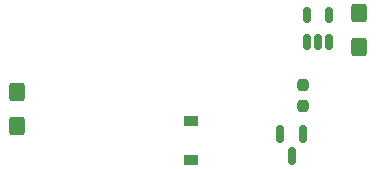
<source format=gbr>
%TF.GenerationSoftware,KiCad,Pcbnew,9.0.1*%
%TF.CreationDate,2025-04-26T14:19:40+02:00*%
%TF.ProjectId,pwr_sply,7077725f-7370-46c7-992e-6b696361645f,rev?*%
%TF.SameCoordinates,Original*%
%TF.FileFunction,Paste,Bot*%
%TF.FilePolarity,Positive*%
%FSLAX46Y46*%
G04 Gerber Fmt 4.6, Leading zero omitted, Abs format (unit mm)*
G04 Created by KiCad (PCBNEW 9.0.1) date 2025-04-26 14:19:40*
%MOMM*%
%LPD*%
G01*
G04 APERTURE LIST*
G04 Aperture macros list*
%AMRoundRect*
0 Rectangle with rounded corners*
0 $1 Rounding radius*
0 $2 $3 $4 $5 $6 $7 $8 $9 X,Y pos of 4 corners*
0 Add a 4 corners polygon primitive as box body*
4,1,4,$2,$3,$4,$5,$6,$7,$8,$9,$2,$3,0*
0 Add four circle primitives for the rounded corners*
1,1,$1+$1,$2,$3*
1,1,$1+$1,$4,$5*
1,1,$1+$1,$6,$7*
1,1,$1+$1,$8,$9*
0 Add four rect primitives between the rounded corners*
20,1,$1+$1,$2,$3,$4,$5,0*
20,1,$1+$1,$4,$5,$6,$7,0*
20,1,$1+$1,$6,$7,$8,$9,0*
20,1,$1+$1,$8,$9,$2,$3,0*%
G04 Aperture macros list end*
%ADD10R,1.200000X0.900000*%
%ADD11RoundRect,0.250000X0.425000X-0.537500X0.425000X0.537500X-0.425000X0.537500X-0.425000X-0.537500X0*%
%ADD12RoundRect,0.150000X-0.150000X0.587500X-0.150000X-0.587500X0.150000X-0.587500X0.150000X0.587500X0*%
%ADD13RoundRect,0.237500X-0.237500X0.250000X-0.237500X-0.250000X0.237500X-0.250000X0.237500X0.250000X0*%
%ADD14RoundRect,0.150000X0.150000X-0.512500X0.150000X0.512500X-0.150000X0.512500X-0.150000X-0.512500X0*%
%ADD15RoundRect,0.250000X-0.425000X0.537500X-0.425000X-0.537500X0.425000X-0.537500X0.425000X0.537500X0*%
G04 APERTURE END LIST*
D10*
%TO.C,D1*%
X89250000Y-102200000D03*
X89250000Y-105500000D03*
%TD*%
D11*
%TO.C,C2*%
X103500000Y-95937500D03*
X103500000Y-93062500D03*
%TD*%
D12*
%TO.C,Q1*%
X96800000Y-103312500D03*
X98700000Y-103312500D03*
X97750000Y-105187500D03*
%TD*%
D13*
%TO.C,R1*%
X98750000Y-99175000D03*
X98750000Y-101000000D03*
%TD*%
D14*
%TO.C,U1*%
X100950000Y-95500000D03*
X100000000Y-95500000D03*
X99050000Y-95500000D03*
X99050000Y-93225000D03*
X100950000Y-93225000D03*
%TD*%
D15*
%TO.C,C1*%
X74500000Y-99812500D03*
X74500000Y-102687500D03*
%TD*%
M02*

</source>
